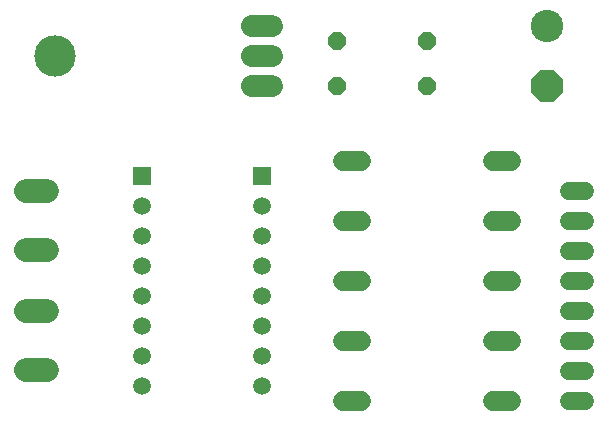
<source format=gbr>
G04 EAGLE Gerber RS-274X export*
G75*
%MOMM*%
%FSLAX34Y34*%
%LPD*%
%INSoldermask Top*%
%IPPOS*%
%AMOC8*
5,1,8,0,0,1.08239X$1,22.5*%
G01*
%ADD10R,1.511200X1.511200*%
%ADD11C,1.511200*%
%ADD12C,2.743200*%
%ADD13P,2.969212X8X292.500000*%
%ADD14C,1.727200*%
%ADD15C,1.879600*%
%ADD16C,3.505200*%
%ADD17P,1.649562X8X22.500000*%
%ADD18C,1.524000*%
%ADD19C,1.993900*%


D10*
X215900Y228600D03*
X317500Y228600D03*
D11*
X215900Y203200D03*
X317500Y203200D03*
X215900Y177800D03*
X317500Y177800D03*
X215900Y152400D03*
X317500Y152400D03*
X215900Y127000D03*
X317500Y127000D03*
X215900Y101600D03*
X317500Y101600D03*
X215900Y76200D03*
X317500Y76200D03*
X215900Y50800D03*
X317500Y50800D03*
D12*
X558800Y355600D03*
D13*
X558800Y304800D03*
D14*
X401320Y241300D02*
X386080Y241300D01*
X513080Y241300D02*
X528320Y241300D01*
X401320Y190500D02*
X386080Y190500D01*
X513080Y190500D02*
X528320Y190500D01*
X401320Y38100D02*
X386080Y38100D01*
X513080Y38100D02*
X528320Y38100D01*
X401320Y139700D02*
X386080Y139700D01*
X513080Y139700D02*
X528320Y139700D01*
X401320Y88900D02*
X386080Y88900D01*
X513080Y88900D02*
X528320Y88900D01*
D15*
X325882Y304800D02*
X309118Y304800D01*
X309118Y330200D02*
X325882Y330200D01*
X325882Y355600D02*
X309118Y355600D01*
D16*
X142240Y330200D03*
D17*
X381000Y342900D03*
X457200Y342900D03*
X381000Y304800D03*
X457200Y304800D03*
D18*
X577596Y38100D02*
X590804Y38100D01*
X590804Y63500D02*
X577596Y63500D01*
X577596Y88900D02*
X590804Y88900D01*
X590804Y114300D02*
X577596Y114300D01*
X577596Y139700D02*
X590804Y139700D01*
X590804Y165100D02*
X577596Y165100D01*
X577596Y190500D02*
X590804Y190500D01*
X590804Y215900D02*
X577596Y215900D01*
D19*
X135954Y113900D02*
X118047Y113900D01*
X118047Y63900D02*
X135954Y63900D01*
X135954Y215500D02*
X118047Y215500D01*
X118047Y165500D02*
X135954Y165500D01*
M02*

</source>
